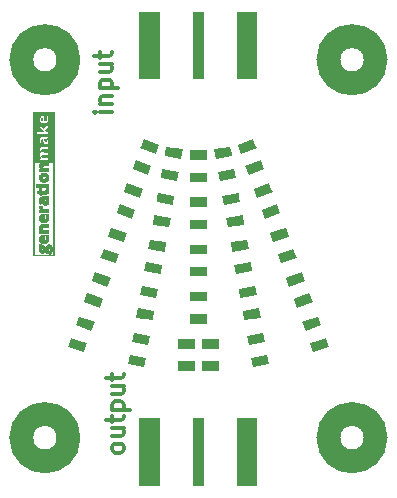
<source format=gts>
G04 #@! TF.GenerationSoftware,KiCad,Pcbnew,5.0.2-bee76a0~70~ubuntu18.04.1*
G04 #@! TF.CreationDate,2019-05-30T10:34:00+02:00*
G04 #@! TF.ProjectId,DummyLoad,44756d6d-794c-46f6-9164-2e6b69636164,1.0*
G04 #@! TF.SameCoordinates,Original*
G04 #@! TF.FileFunction,Soldermask,Top*
G04 #@! TF.FilePolarity,Negative*
%FSLAX46Y46*%
G04 Gerber Fmt 4.6, Leading zero omitted, Abs format (unit mm)*
G04 Created by KiCad (PCBNEW 5.0.2-bee76a0~70~ubuntu18.04.1) date Do 30 Mai 2019 10:34:00 CEST*
%MOMM*%
%LPD*%
G01*
G04 APERTURE LIST*
%ADD10C,2.000000*%
%ADD11C,0.300000*%
%ADD12C,0.010000*%
%ADD13C,0.100000*%
G04 APERTURE END LIST*
D10*
X89000000Y-104000000D02*
G75*
G03X89000000Y-104000000I-2000000J0D01*
G01*
X89000000Y-136000000D02*
G75*
G03X89000000Y-136000000I-2000000J0D01*
G01*
X115000000Y-136000000D02*
G75*
G03X115000000Y-136000000I-2000000J0D01*
G01*
X115000000Y-104000000D02*
G75*
G03X115000000Y-104000000I-2000000J0D01*
G01*
D11*
X93678571Y-137000000D02*
X93607142Y-137142857D01*
X93535714Y-137214285D01*
X93392857Y-137285714D01*
X92964285Y-137285714D01*
X92821428Y-137214285D01*
X92750000Y-137142857D01*
X92678571Y-137000000D01*
X92678571Y-136785714D01*
X92750000Y-136642857D01*
X92821428Y-136571428D01*
X92964285Y-136500000D01*
X93392857Y-136500000D01*
X93535714Y-136571428D01*
X93607142Y-136642857D01*
X93678571Y-136785714D01*
X93678571Y-137000000D01*
X92678571Y-135214285D02*
X93678571Y-135214285D01*
X92678571Y-135857142D02*
X93464285Y-135857142D01*
X93607142Y-135785714D01*
X93678571Y-135642857D01*
X93678571Y-135428571D01*
X93607142Y-135285714D01*
X93535714Y-135214285D01*
X92678571Y-134714285D02*
X92678571Y-134142857D01*
X92178571Y-134500000D02*
X93464285Y-134500000D01*
X93607142Y-134428571D01*
X93678571Y-134285714D01*
X93678571Y-134142857D01*
X92678571Y-133642857D02*
X94178571Y-133642857D01*
X92750000Y-133642857D02*
X92678571Y-133500000D01*
X92678571Y-133214285D01*
X92750000Y-133071428D01*
X92821428Y-133000000D01*
X92964285Y-132928571D01*
X93392857Y-132928571D01*
X93535714Y-133000000D01*
X93607142Y-133071428D01*
X93678571Y-133214285D01*
X93678571Y-133500000D01*
X93607142Y-133642857D01*
X92678571Y-131642857D02*
X93678571Y-131642857D01*
X92678571Y-132285714D02*
X93464285Y-132285714D01*
X93607142Y-132214285D01*
X93678571Y-132071428D01*
X93678571Y-131857142D01*
X93607142Y-131714285D01*
X93535714Y-131642857D01*
X92678571Y-131142857D02*
X92678571Y-130571428D01*
X92178571Y-130928571D02*
X93464285Y-130928571D01*
X93607142Y-130857142D01*
X93678571Y-130714285D01*
X93678571Y-130571428D01*
X92678571Y-108464285D02*
X91678571Y-108464285D01*
X91178571Y-108464285D02*
X91250000Y-108535714D01*
X91321428Y-108464285D01*
X91250000Y-108392857D01*
X91178571Y-108464285D01*
X91321428Y-108464285D01*
X91678571Y-107750000D02*
X92678571Y-107750000D01*
X91821428Y-107750000D02*
X91750000Y-107678571D01*
X91678571Y-107535714D01*
X91678571Y-107321428D01*
X91750000Y-107178571D01*
X91892857Y-107107142D01*
X92678571Y-107107142D01*
X91678571Y-106392857D02*
X93178571Y-106392857D01*
X91750000Y-106392857D02*
X91678571Y-106250000D01*
X91678571Y-105964285D01*
X91750000Y-105821428D01*
X91821428Y-105750000D01*
X91964285Y-105678571D01*
X92392857Y-105678571D01*
X92535714Y-105750000D01*
X92607142Y-105821428D01*
X92678571Y-105964285D01*
X92678571Y-106250000D01*
X92607142Y-106392857D01*
X91678571Y-104392857D02*
X92678571Y-104392857D01*
X91678571Y-105035714D02*
X92464285Y-105035714D01*
X92607142Y-104964285D01*
X92678571Y-104821428D01*
X92678571Y-104607142D01*
X92607142Y-104464285D01*
X92535714Y-104392857D01*
X91678571Y-103892857D02*
X91678571Y-103321428D01*
X91178571Y-103678571D02*
X92464285Y-103678571D01*
X92607142Y-103607142D01*
X92678571Y-103464285D01*
X92678571Y-103321428D01*
D12*
G04 #@! TO.C,G\002A\002A\002A*
G36*
X87747400Y-108404000D02*
X87747400Y-120557900D01*
X86045600Y-120557900D01*
X86045600Y-120507100D01*
X87696600Y-120507100D01*
X87696600Y-112633100D01*
X86515500Y-112633100D01*
X86515500Y-112506100D01*
X87264800Y-112506100D01*
X87264800Y-112239400D01*
X87052075Y-112239330D01*
X86977239Y-112238519D01*
X86907836Y-112236326D01*
X86849357Y-112233030D01*
X86807295Y-112228913D01*
X86791604Y-112226000D01*
X86744635Y-112202496D01*
X86715603Y-112165440D01*
X86707963Y-112119372D01*
X86708252Y-112116490D01*
X86713760Y-112093573D01*
X86726320Y-112075797D01*
X86748854Y-112062445D01*
X86784284Y-112052800D01*
X86835532Y-112046144D01*
X86905521Y-112041760D01*
X86997173Y-112038930D01*
X87026675Y-112038327D01*
X87264800Y-112033821D01*
X87264800Y-111782200D01*
X87096525Y-111781945D01*
X86980118Y-111779866D01*
X86887008Y-111773660D01*
X86815345Y-111762789D01*
X86763278Y-111746712D01*
X86728960Y-111724892D01*
X86710539Y-111696788D01*
X86706000Y-111668114D01*
X86710336Y-111638031D01*
X86724923Y-111614218D01*
X86752125Y-111596028D01*
X86794308Y-111582813D01*
X86853838Y-111573926D01*
X86933080Y-111568718D01*
X87034399Y-111566541D01*
X87077475Y-111566374D01*
X87264800Y-111566300D01*
X87264800Y-111312300D01*
X87042550Y-111312300D01*
X87042550Y-111165704D01*
X87125396Y-111155917D01*
X87191246Y-111127894D01*
X87239419Y-111082141D01*
X87269234Y-111019167D01*
X87275409Y-110992000D01*
X87279876Y-110929279D01*
X87274075Y-110863999D01*
X87259467Y-110805700D01*
X87241142Y-110768648D01*
X87217571Y-110738730D01*
X87196250Y-110716489D01*
X87195542Y-110715893D01*
X87179125Y-110698357D01*
X87181506Y-110684167D01*
X87204866Y-110668481D01*
X87220350Y-110660808D01*
X87264800Y-110639611D01*
X87264800Y-110446251D01*
X87264800Y-110270900D01*
X87264800Y-110004200D01*
X87160025Y-110003981D01*
X87108302Y-110003462D01*
X87075471Y-110000857D01*
X87055023Y-109994195D01*
X87040450Y-109981506D01*
X87027329Y-109963806D01*
X86999409Y-109923851D01*
X87132104Y-109842414D01*
X87264800Y-109760977D01*
X87264800Y-109615889D01*
X87264133Y-109558593D01*
X87262322Y-109511971D01*
X87259648Y-109481052D01*
X87256646Y-109470800D01*
X87243932Y-109477374D01*
X87213325Y-109495687D01*
X87168224Y-109523632D01*
X87112028Y-109559100D01*
X87048135Y-109599983D01*
X87040902Y-109604643D01*
X86906219Y-109691479D01*
X86906219Y-109393645D01*
X86992036Y-109385235D01*
X87031816Y-109375676D01*
X87117326Y-109338639D01*
X87184849Y-109283675D01*
X87234358Y-109210818D01*
X87265826Y-109120103D01*
X87274670Y-109069000D01*
X87278971Y-108997479D01*
X87276293Y-108918605D01*
X87267477Y-108842350D01*
X87253364Y-108778684D01*
X87249123Y-108765950D01*
X87230579Y-108715150D01*
X87139739Y-108711419D01*
X87088852Y-108710419D01*
X87059880Y-108714921D01*
X87049419Y-108728417D01*
X87054066Y-108754399D01*
X87066416Y-108786625D01*
X87083644Y-108845589D01*
X87093218Y-108913604D01*
X87094134Y-108979343D01*
X87087473Y-109024543D01*
X87067068Y-109069301D01*
X87035561Y-109105137D01*
X86999516Y-109125515D01*
X86983687Y-109127900D01*
X86975253Y-109126444D01*
X86969095Y-109119786D01*
X86964857Y-109104494D01*
X86962185Y-109077136D01*
X86960722Y-109034279D01*
X86960112Y-108972492D01*
X86960000Y-108899300D01*
X86960000Y-108670700D01*
X86858657Y-108670700D01*
X86755968Y-108679178D01*
X86671359Y-108704942D01*
X86603847Y-108748490D01*
X86552454Y-108810320D01*
X86540145Y-108832287D01*
X86525326Y-108864767D01*
X86516072Y-108896692D01*
X86511143Y-108935567D01*
X86509302Y-108988894D01*
X86509150Y-109019950D01*
X86512965Y-109107645D01*
X86525749Y-109176826D01*
X86549511Y-109233408D01*
X86586257Y-109283307D01*
X86605194Y-109302868D01*
X86661125Y-109342008D01*
X86734269Y-109370924D01*
X86818132Y-109388505D01*
X86906219Y-109393645D01*
X86906219Y-109691479D01*
X86833313Y-109738485D01*
X86677581Y-109611591D01*
X86521850Y-109484697D01*
X86518157Y-109626974D01*
X86516336Y-109676931D01*
X86515486Y-109714455D01*
X86518055Y-109743337D01*
X86526490Y-109767365D01*
X86543238Y-109790327D01*
X86570747Y-109816014D01*
X86611464Y-109848214D01*
X86667836Y-109890716D01*
X86708224Y-109921242D01*
X86831098Y-110014649D01*
X86530424Y-110012600D01*
X86229750Y-110010550D01*
X86226130Y-110140725D01*
X86222511Y-110270900D01*
X87264800Y-110270900D01*
X87264800Y-110446251D01*
X86982225Y-110451561D01*
X86883630Y-110453780D01*
X86807136Y-110456446D01*
X86749443Y-110459817D01*
X86707253Y-110464153D01*
X86677266Y-110469712D01*
X86656184Y-110476752D01*
X86655200Y-110477196D01*
X86593273Y-110514641D01*
X86548399Y-110564003D01*
X86519169Y-110628103D01*
X86504172Y-110709760D01*
X86501424Y-110785001D01*
X86507677Y-110881716D01*
X86523596Y-110973454D01*
X86547484Y-111050535D01*
X86548296Y-111052497D01*
X86566094Y-111095094D01*
X86639222Y-111062981D01*
X86679215Y-111044600D01*
X86709764Y-111029055D01*
X86722747Y-111020852D01*
X86724300Y-111004718D01*
X86718890Y-110971239D01*
X86707671Y-110927136D01*
X86705326Y-110919252D01*
X86688579Y-110848366D01*
X86687560Y-110794881D01*
X86702707Y-110755915D01*
X86734254Y-110728701D01*
X86760075Y-110717468D01*
X86775175Y-110716847D01*
X86775269Y-110716937D01*
X86779466Y-110731910D01*
X86784916Y-110766362D01*
X86790778Y-110814457D01*
X86794232Y-110848373D01*
X86809938Y-110953321D01*
X86835639Y-111035767D01*
X86872304Y-111096951D01*
X86920905Y-111138112D01*
X86982412Y-111160493D01*
X87042550Y-111165704D01*
X87042550Y-111312300D01*
X86987662Y-111312300D01*
X86879454Y-111312916D01*
X86793273Y-111315193D01*
X86725768Y-111319775D01*
X86673585Y-111327304D01*
X86633373Y-111338424D01*
X86601779Y-111353779D01*
X86575452Y-111374012D01*
X86554840Y-111395378D01*
X86521954Y-111450551D01*
X86504614Y-111518786D01*
X86502881Y-111593011D01*
X86516819Y-111666151D01*
X86546488Y-111731136D01*
X86551827Y-111739075D01*
X86577409Y-111776958D01*
X86588817Y-111800882D01*
X86587297Y-111817073D01*
X86574096Y-111831758D01*
X86570914Y-111834441D01*
X86539052Y-111875010D01*
X86517642Y-111931048D01*
X86506575Y-111996473D01*
X86505746Y-112065205D01*
X86515048Y-112131163D01*
X86534374Y-112188268D01*
X86563616Y-112230440D01*
X86578071Y-112241768D01*
X86599748Y-112258807D01*
X86599454Y-112271942D01*
X86575909Y-112284593D01*
X86559950Y-112290200D01*
X86515500Y-112304870D01*
X86515500Y-112506100D01*
X86515500Y-112633100D01*
X86045600Y-112633100D01*
X86045600Y-120507100D01*
X86045600Y-120557900D01*
X85982100Y-120557900D01*
X85982100Y-108404000D01*
X87747400Y-108404000D01*
X87747400Y-108404000D01*
G37*
X87747400Y-108404000D02*
X87747400Y-120557900D01*
X86045600Y-120557900D01*
X86045600Y-120507100D01*
X87696600Y-120507100D01*
X87696600Y-112633100D01*
X86515500Y-112633100D01*
X86515500Y-112506100D01*
X87264800Y-112506100D01*
X87264800Y-112239400D01*
X87052075Y-112239330D01*
X86977239Y-112238519D01*
X86907836Y-112236326D01*
X86849357Y-112233030D01*
X86807295Y-112228913D01*
X86791604Y-112226000D01*
X86744635Y-112202496D01*
X86715603Y-112165440D01*
X86707963Y-112119372D01*
X86708252Y-112116490D01*
X86713760Y-112093573D01*
X86726320Y-112075797D01*
X86748854Y-112062445D01*
X86784284Y-112052800D01*
X86835532Y-112046144D01*
X86905521Y-112041760D01*
X86997173Y-112038930D01*
X87026675Y-112038327D01*
X87264800Y-112033821D01*
X87264800Y-111782200D01*
X87096525Y-111781945D01*
X86980118Y-111779866D01*
X86887008Y-111773660D01*
X86815345Y-111762789D01*
X86763278Y-111746712D01*
X86728960Y-111724892D01*
X86710539Y-111696788D01*
X86706000Y-111668114D01*
X86710336Y-111638031D01*
X86724923Y-111614218D01*
X86752125Y-111596028D01*
X86794308Y-111582813D01*
X86853838Y-111573926D01*
X86933080Y-111568718D01*
X87034399Y-111566541D01*
X87077475Y-111566374D01*
X87264800Y-111566300D01*
X87264800Y-111312300D01*
X87042550Y-111312300D01*
X87042550Y-111165704D01*
X87125396Y-111155917D01*
X87191246Y-111127894D01*
X87239419Y-111082141D01*
X87269234Y-111019167D01*
X87275409Y-110992000D01*
X87279876Y-110929279D01*
X87274075Y-110863999D01*
X87259467Y-110805700D01*
X87241142Y-110768648D01*
X87217571Y-110738730D01*
X87196250Y-110716489D01*
X87195542Y-110715893D01*
X87179125Y-110698357D01*
X87181506Y-110684167D01*
X87204866Y-110668481D01*
X87220350Y-110660808D01*
X87264800Y-110639611D01*
X87264800Y-110446251D01*
X87264800Y-110270900D01*
X87264800Y-110004200D01*
X87160025Y-110003981D01*
X87108302Y-110003462D01*
X87075471Y-110000857D01*
X87055023Y-109994195D01*
X87040450Y-109981506D01*
X87027329Y-109963806D01*
X86999409Y-109923851D01*
X87132104Y-109842414D01*
X87264800Y-109760977D01*
X87264800Y-109615889D01*
X87264133Y-109558593D01*
X87262322Y-109511971D01*
X87259648Y-109481052D01*
X87256646Y-109470800D01*
X87243932Y-109477374D01*
X87213325Y-109495687D01*
X87168224Y-109523632D01*
X87112028Y-109559100D01*
X87048135Y-109599983D01*
X87040902Y-109604643D01*
X86906219Y-109691479D01*
X86906219Y-109393645D01*
X86992036Y-109385235D01*
X87031816Y-109375676D01*
X87117326Y-109338639D01*
X87184849Y-109283675D01*
X87234358Y-109210818D01*
X87265826Y-109120103D01*
X87274670Y-109069000D01*
X87278971Y-108997479D01*
X87276293Y-108918605D01*
X87267477Y-108842350D01*
X87253364Y-108778684D01*
X87249123Y-108765950D01*
X87230579Y-108715150D01*
X87139739Y-108711419D01*
X87088852Y-108710419D01*
X87059880Y-108714921D01*
X87049419Y-108728417D01*
X87054066Y-108754399D01*
X87066416Y-108786625D01*
X87083644Y-108845589D01*
X87093218Y-108913604D01*
X87094134Y-108979343D01*
X87087473Y-109024543D01*
X87067068Y-109069301D01*
X87035561Y-109105137D01*
X86999516Y-109125515D01*
X86983687Y-109127900D01*
X86975253Y-109126444D01*
X86969095Y-109119786D01*
X86964857Y-109104494D01*
X86962185Y-109077136D01*
X86960722Y-109034279D01*
X86960112Y-108972492D01*
X86960000Y-108899300D01*
X86960000Y-108670700D01*
X86858657Y-108670700D01*
X86755968Y-108679178D01*
X86671359Y-108704942D01*
X86603847Y-108748490D01*
X86552454Y-108810320D01*
X86540145Y-108832287D01*
X86525326Y-108864767D01*
X86516072Y-108896692D01*
X86511143Y-108935567D01*
X86509302Y-108988894D01*
X86509150Y-109019950D01*
X86512965Y-109107645D01*
X86525749Y-109176826D01*
X86549511Y-109233408D01*
X86586257Y-109283307D01*
X86605194Y-109302868D01*
X86661125Y-109342008D01*
X86734269Y-109370924D01*
X86818132Y-109388505D01*
X86906219Y-109393645D01*
X86906219Y-109691479D01*
X86833313Y-109738485D01*
X86677581Y-109611591D01*
X86521850Y-109484697D01*
X86518157Y-109626974D01*
X86516336Y-109676931D01*
X86515486Y-109714455D01*
X86518055Y-109743337D01*
X86526490Y-109767365D01*
X86543238Y-109790327D01*
X86570747Y-109816014D01*
X86611464Y-109848214D01*
X86667836Y-109890716D01*
X86708224Y-109921242D01*
X86831098Y-110014649D01*
X86530424Y-110012600D01*
X86229750Y-110010550D01*
X86226130Y-110140725D01*
X86222511Y-110270900D01*
X87264800Y-110270900D01*
X87264800Y-110446251D01*
X86982225Y-110451561D01*
X86883630Y-110453780D01*
X86807136Y-110456446D01*
X86749443Y-110459817D01*
X86707253Y-110464153D01*
X86677266Y-110469712D01*
X86656184Y-110476752D01*
X86655200Y-110477196D01*
X86593273Y-110514641D01*
X86548399Y-110564003D01*
X86519169Y-110628103D01*
X86504172Y-110709760D01*
X86501424Y-110785001D01*
X86507677Y-110881716D01*
X86523596Y-110973454D01*
X86547484Y-111050535D01*
X86548296Y-111052497D01*
X86566094Y-111095094D01*
X86639222Y-111062981D01*
X86679215Y-111044600D01*
X86709764Y-111029055D01*
X86722747Y-111020852D01*
X86724300Y-111004718D01*
X86718890Y-110971239D01*
X86707671Y-110927136D01*
X86705326Y-110919252D01*
X86688579Y-110848366D01*
X86687560Y-110794881D01*
X86702707Y-110755915D01*
X86734254Y-110728701D01*
X86760075Y-110717468D01*
X86775175Y-110716847D01*
X86775269Y-110716937D01*
X86779466Y-110731910D01*
X86784916Y-110766362D01*
X86790778Y-110814457D01*
X86794232Y-110848373D01*
X86809938Y-110953321D01*
X86835639Y-111035767D01*
X86872304Y-111096951D01*
X86920905Y-111138112D01*
X86982412Y-111160493D01*
X87042550Y-111165704D01*
X87042550Y-111312300D01*
X86987662Y-111312300D01*
X86879454Y-111312916D01*
X86793273Y-111315193D01*
X86725768Y-111319775D01*
X86673585Y-111327304D01*
X86633373Y-111338424D01*
X86601779Y-111353779D01*
X86575452Y-111374012D01*
X86554840Y-111395378D01*
X86521954Y-111450551D01*
X86504614Y-111518786D01*
X86502881Y-111593011D01*
X86516819Y-111666151D01*
X86546488Y-111731136D01*
X86551827Y-111739075D01*
X86577409Y-111776958D01*
X86588817Y-111800882D01*
X86587297Y-111817073D01*
X86574096Y-111831758D01*
X86570914Y-111834441D01*
X86539052Y-111875010D01*
X86517642Y-111931048D01*
X86506575Y-111996473D01*
X86505746Y-112065205D01*
X86515048Y-112131163D01*
X86534374Y-112188268D01*
X86563616Y-112230440D01*
X86578071Y-112241768D01*
X86599748Y-112258807D01*
X86599454Y-112271942D01*
X86575909Y-112284593D01*
X86559950Y-112290200D01*
X86515500Y-112304870D01*
X86515500Y-112506100D01*
X86515500Y-112633100D01*
X86045600Y-112633100D01*
X86045600Y-120507100D01*
X86045600Y-120557900D01*
X85982100Y-120557900D01*
X85982100Y-108404000D01*
X87747400Y-108404000D01*
G36*
X86506245Y-119983020D02*
X86508975Y-119900753D01*
X86509663Y-119881625D01*
X86518738Y-119630800D01*
X86578586Y-119630800D01*
X86615248Y-119632005D01*
X86635240Y-119639486D01*
X86647291Y-119659049D01*
X86655262Y-119681791D01*
X86667950Y-119713787D01*
X86680818Y-119726151D01*
X86698570Y-119724325D01*
X86757279Y-119716234D01*
X86822883Y-119723752D01*
X86883456Y-119745436D01*
X86886609Y-119747122D01*
X86941187Y-119791375D01*
X86981874Y-119856631D01*
X87008486Y-119942508D01*
X87019205Y-120021597D01*
X87023946Y-120073640D01*
X87029277Y-120105149D01*
X87036654Y-120120976D01*
X87047531Y-120125973D01*
X87050540Y-120126100D01*
X87063474Y-120123545D01*
X87072885Y-120113350D01*
X87079644Y-120091719D01*
X87084624Y-120054858D01*
X87088696Y-119998973D01*
X87091385Y-119948300D01*
X87096948Y-119881358D01*
X87106076Y-119821626D01*
X87117417Y-119777675D01*
X87118875Y-119773837D01*
X87156286Y-119709042D01*
X87206963Y-119665107D01*
X87268664Y-119642780D01*
X87339147Y-119642805D01*
X87416169Y-119665930D01*
X87427562Y-119671157D01*
X87484148Y-119711973D01*
X87530002Y-119773899D01*
X87564179Y-119854605D01*
X87585738Y-119951763D01*
X87593734Y-120063044D01*
X87593700Y-120081376D01*
X87592026Y-120137767D01*
X87588691Y-120188721D01*
X87584312Y-120225773D01*
X87582605Y-120234050D01*
X87554103Y-120313127D01*
X87514669Y-120369651D01*
X87463541Y-120404346D01*
X87399957Y-120417936D01*
X87388480Y-120418200D01*
X87379334Y-120416095D01*
X87379334Y-120197961D01*
X87404127Y-120182461D01*
X87423902Y-120144568D01*
X87439722Y-120082930D01*
X87441300Y-120074458D01*
X87439875Y-120059063D01*
X87434857Y-120026405D01*
X87428833Y-119991908D01*
X87415144Y-119941839D01*
X87395292Y-119899030D01*
X87372775Y-119869546D01*
X87352393Y-119859400D01*
X87329846Y-119871643D01*
X87312112Y-119907185D01*
X87299967Y-119964250D01*
X87297577Y-119984827D01*
X87294867Y-120066001D01*
X87304049Y-120129412D01*
X87324652Y-120173145D01*
X87348460Y-120192417D01*
X87379334Y-120197961D01*
X87379334Y-120416095D01*
X87342470Y-120407609D01*
X87295497Y-120380181D01*
X87256575Y-120342439D01*
X87237112Y-120308706D01*
X87222111Y-120276036D01*
X87208269Y-120267655D01*
X87193391Y-120282675D01*
X87189532Y-120289459D01*
X87169149Y-120310944D01*
X87138285Y-120329099D01*
X87090018Y-120336769D01*
X87044822Y-120320303D01*
X87006111Y-120280965D01*
X87005426Y-120279953D01*
X86981136Y-120243813D01*
X86935643Y-120291587D01*
X86875643Y-120338104D01*
X86806555Y-120360994D01*
X86756368Y-120360591D01*
X86756368Y-120113400D01*
X86813907Y-120106087D01*
X86852266Y-120084784D01*
X86870010Y-120050445D01*
X86871100Y-120037200D01*
X86859915Y-119998246D01*
X86842874Y-119980771D01*
X86802925Y-119964843D01*
X86754065Y-119961725D01*
X86705500Y-119970287D01*
X86666437Y-119989399D01*
X86652219Y-120004177D01*
X86641838Y-120037983D01*
X86653044Y-120069610D01*
X86682085Y-120095122D01*
X86725209Y-120110584D01*
X86756368Y-120113400D01*
X86756368Y-120360591D01*
X86728015Y-120360363D01*
X86709218Y-120357034D01*
X86635057Y-120332241D01*
X86579141Y-120290864D01*
X86538684Y-120230560D01*
X86527582Y-120204340D01*
X86518332Y-120178213D01*
X86511681Y-120153557D01*
X86507387Y-120126041D01*
X86505210Y-120091333D01*
X86504909Y-120045104D01*
X86506245Y-119983020D01*
X86506245Y-119983020D01*
G37*
X86506245Y-119983020D02*
X86508975Y-119900753D01*
X86509663Y-119881625D01*
X86518738Y-119630800D01*
X86578586Y-119630800D01*
X86615248Y-119632005D01*
X86635240Y-119639486D01*
X86647291Y-119659049D01*
X86655262Y-119681791D01*
X86667950Y-119713787D01*
X86680818Y-119726151D01*
X86698570Y-119724325D01*
X86757279Y-119716234D01*
X86822883Y-119723752D01*
X86883456Y-119745436D01*
X86886609Y-119747122D01*
X86941187Y-119791375D01*
X86981874Y-119856631D01*
X87008486Y-119942508D01*
X87019205Y-120021597D01*
X87023946Y-120073640D01*
X87029277Y-120105149D01*
X87036654Y-120120976D01*
X87047531Y-120125973D01*
X87050540Y-120126100D01*
X87063474Y-120123545D01*
X87072885Y-120113350D01*
X87079644Y-120091719D01*
X87084624Y-120054858D01*
X87088696Y-119998973D01*
X87091385Y-119948300D01*
X87096948Y-119881358D01*
X87106076Y-119821626D01*
X87117417Y-119777675D01*
X87118875Y-119773837D01*
X87156286Y-119709042D01*
X87206963Y-119665107D01*
X87268664Y-119642780D01*
X87339147Y-119642805D01*
X87416169Y-119665930D01*
X87427562Y-119671157D01*
X87484148Y-119711973D01*
X87530002Y-119773899D01*
X87564179Y-119854605D01*
X87585738Y-119951763D01*
X87593734Y-120063044D01*
X87593700Y-120081376D01*
X87592026Y-120137767D01*
X87588691Y-120188721D01*
X87584312Y-120225773D01*
X87582605Y-120234050D01*
X87554103Y-120313127D01*
X87514669Y-120369651D01*
X87463541Y-120404346D01*
X87399957Y-120417936D01*
X87388480Y-120418200D01*
X87379334Y-120416095D01*
X87379334Y-120197961D01*
X87404127Y-120182461D01*
X87423902Y-120144568D01*
X87439722Y-120082930D01*
X87441300Y-120074458D01*
X87439875Y-120059063D01*
X87434857Y-120026405D01*
X87428833Y-119991908D01*
X87415144Y-119941839D01*
X87395292Y-119899030D01*
X87372775Y-119869546D01*
X87352393Y-119859400D01*
X87329846Y-119871643D01*
X87312112Y-119907185D01*
X87299967Y-119964250D01*
X87297577Y-119984827D01*
X87294867Y-120066001D01*
X87304049Y-120129412D01*
X87324652Y-120173145D01*
X87348460Y-120192417D01*
X87379334Y-120197961D01*
X87379334Y-120416095D01*
X87342470Y-120407609D01*
X87295497Y-120380181D01*
X87256575Y-120342439D01*
X87237112Y-120308706D01*
X87222111Y-120276036D01*
X87208269Y-120267655D01*
X87193391Y-120282675D01*
X87189532Y-120289459D01*
X87169149Y-120310944D01*
X87138285Y-120329099D01*
X87090018Y-120336769D01*
X87044822Y-120320303D01*
X87006111Y-120280965D01*
X87005426Y-120279953D01*
X86981136Y-120243813D01*
X86935643Y-120291587D01*
X86875643Y-120338104D01*
X86806555Y-120360994D01*
X86756368Y-120360591D01*
X86756368Y-120113400D01*
X86813907Y-120106087D01*
X86852266Y-120084784D01*
X86870010Y-120050445D01*
X86871100Y-120037200D01*
X86859915Y-119998246D01*
X86842874Y-119980771D01*
X86802925Y-119964843D01*
X86754065Y-119961725D01*
X86705500Y-119970287D01*
X86666437Y-119989399D01*
X86652219Y-120004177D01*
X86641838Y-120037983D01*
X86653044Y-120069610D01*
X86682085Y-120095122D01*
X86725209Y-120110584D01*
X86756368Y-120113400D01*
X86756368Y-120360591D01*
X86728015Y-120360363D01*
X86709218Y-120357034D01*
X86635057Y-120332241D01*
X86579141Y-120290864D01*
X86538684Y-120230560D01*
X86527582Y-120204340D01*
X86518332Y-120178213D01*
X86511681Y-120153557D01*
X86507387Y-120126041D01*
X86505210Y-120091333D01*
X86504909Y-120045104D01*
X86506245Y-119983020D01*
G36*
X86505329Y-119137032D02*
X86518359Y-119042008D01*
X86546362Y-118965281D01*
X86590881Y-118905420D01*
X86653459Y-118860996D01*
X86735640Y-118830579D01*
X86838966Y-118812739D01*
X86857234Y-118810985D01*
X86960000Y-118802021D01*
X86960000Y-119038611D01*
X86960142Y-119121608D01*
X86960796Y-119182581D01*
X86962299Y-119224904D01*
X86964988Y-119251953D01*
X86969202Y-119267102D01*
X86975278Y-119273726D01*
X86983555Y-119275200D01*
X86983687Y-119275200D01*
X87018797Y-119264083D01*
X87053507Y-119235205D01*
X87080624Y-119195283D01*
X87087553Y-119178273D01*
X87095654Y-119128852D01*
X87094540Y-119065171D01*
X87084958Y-118996337D01*
X87067650Y-118931458D01*
X87067287Y-118930423D01*
X87055950Y-118895794D01*
X87049479Y-118871192D01*
X87048900Y-118866647D01*
X87060514Y-118861442D01*
X87091140Y-118858548D01*
X87134448Y-118858516D01*
X87139921Y-118858719D01*
X87230942Y-118862450D01*
X87253236Y-118925950D01*
X87267223Y-118985693D01*
X87274802Y-119060960D01*
X87275975Y-119142697D01*
X87270742Y-119221849D01*
X87259103Y-119289363D01*
X87253207Y-119309482D01*
X87214173Y-119391694D01*
X87159042Y-119455164D01*
X87086866Y-119500575D01*
X86996699Y-119528608D01*
X86937485Y-119537017D01*
X86826760Y-119537512D01*
X86784315Y-119528855D01*
X86784315Y-119270834D01*
X86790291Y-119261038D01*
X86793516Y-119236585D01*
X86794769Y-119193241D01*
X86794900Y-119160900D01*
X86794381Y-119105736D01*
X86792305Y-119071725D01*
X86787895Y-119054631D01*
X86780371Y-119050219D01*
X86774811Y-119051592D01*
X86750615Y-119058445D01*
X86743061Y-119059300D01*
X86718240Y-119070618D01*
X86696467Y-119099201D01*
X86682812Y-119136995D01*
X86680600Y-119158506D01*
X86687404Y-119196922D01*
X86704514Y-119232337D01*
X86726978Y-119256570D01*
X86743556Y-119262500D01*
X86764334Y-119266670D01*
X86774811Y-119270209D01*
X86784315Y-119270834D01*
X86784315Y-119528855D01*
X86730412Y-119517861D01*
X86649589Y-119479127D01*
X86585442Y-119422377D01*
X86539122Y-119348673D01*
X86511778Y-119259080D01*
X86504561Y-119154664D01*
X86505329Y-119137032D01*
X86505329Y-119137032D01*
G37*
X86505329Y-119137032D02*
X86518359Y-119042008D01*
X86546362Y-118965281D01*
X86590881Y-118905420D01*
X86653459Y-118860996D01*
X86735640Y-118830579D01*
X86838966Y-118812739D01*
X86857234Y-118810985D01*
X86960000Y-118802021D01*
X86960000Y-119038611D01*
X86960142Y-119121608D01*
X86960796Y-119182581D01*
X86962299Y-119224904D01*
X86964988Y-119251953D01*
X86969202Y-119267102D01*
X86975278Y-119273726D01*
X86983555Y-119275200D01*
X86983687Y-119275200D01*
X87018797Y-119264083D01*
X87053507Y-119235205D01*
X87080624Y-119195283D01*
X87087553Y-119178273D01*
X87095654Y-119128852D01*
X87094540Y-119065171D01*
X87084958Y-118996337D01*
X87067650Y-118931458D01*
X87067287Y-118930423D01*
X87055950Y-118895794D01*
X87049479Y-118871192D01*
X87048900Y-118866647D01*
X87060514Y-118861442D01*
X87091140Y-118858548D01*
X87134448Y-118858516D01*
X87139921Y-118858719D01*
X87230942Y-118862450D01*
X87253236Y-118925950D01*
X87267223Y-118985693D01*
X87274802Y-119060960D01*
X87275975Y-119142697D01*
X87270742Y-119221849D01*
X87259103Y-119289363D01*
X87253207Y-119309482D01*
X87214173Y-119391694D01*
X87159042Y-119455164D01*
X87086866Y-119500575D01*
X86996699Y-119528608D01*
X86937485Y-119537017D01*
X86826760Y-119537512D01*
X86784315Y-119528855D01*
X86784315Y-119270834D01*
X86790291Y-119261038D01*
X86793516Y-119236585D01*
X86794769Y-119193241D01*
X86794900Y-119160900D01*
X86794381Y-119105736D01*
X86792305Y-119071725D01*
X86787895Y-119054631D01*
X86780371Y-119050219D01*
X86774811Y-119051592D01*
X86750615Y-119058445D01*
X86743061Y-119059300D01*
X86718240Y-119070618D01*
X86696467Y-119099201D01*
X86682812Y-119136995D01*
X86680600Y-119158506D01*
X86687404Y-119196922D01*
X86704514Y-119232337D01*
X86726978Y-119256570D01*
X86743556Y-119262500D01*
X86764334Y-119266670D01*
X86774811Y-119270209D01*
X86784315Y-119270834D01*
X86784315Y-119528855D01*
X86730412Y-119517861D01*
X86649589Y-119479127D01*
X86585442Y-119422377D01*
X86539122Y-119348673D01*
X86511778Y-119259080D01*
X86504561Y-119154664D01*
X86505329Y-119137032D01*
G36*
X86505109Y-117339338D02*
X86521562Y-117258127D01*
X86527391Y-117241335D01*
X86562792Y-117169986D01*
X86609989Y-117116205D01*
X86671820Y-117078236D01*
X86751127Y-117054323D01*
X86848295Y-117042846D01*
X86960000Y-117036477D01*
X86960000Y-117273189D01*
X86960386Y-117347572D01*
X86961463Y-117412373D01*
X86963103Y-117463652D01*
X86965179Y-117497473D01*
X86967564Y-117509897D01*
X86967605Y-117509900D01*
X86983060Y-117504938D01*
X87011351Y-117492714D01*
X87017418Y-117489872D01*
X87060056Y-117456114D01*
X87086295Y-117403573D01*
X87095815Y-117333131D01*
X87093234Y-117281356D01*
X87085737Y-117230287D01*
X87075312Y-117182857D01*
X87066689Y-117155925D01*
X87054871Y-117124500D01*
X87049032Y-117103140D01*
X87048900Y-117101393D01*
X87060521Y-117096189D01*
X87091190Y-117093273D01*
X87134614Y-117093189D01*
X87140975Y-117093419D01*
X87233050Y-117097150D01*
X87254719Y-117160650D01*
X87268760Y-117222472D01*
X87275945Y-117299172D01*
X87276287Y-117381238D01*
X87269800Y-117459155D01*
X87256498Y-117523408D01*
X87254161Y-117530575D01*
X87227357Y-117596562D01*
X87197039Y-117644880D01*
X87158115Y-117683210D01*
X87147586Y-117691290D01*
X87069281Y-117734287D01*
X86978655Y-117759607D01*
X86881671Y-117767200D01*
X86794900Y-117758126D01*
X86794900Y-117499954D01*
X86794900Y-117390627D01*
X86794373Y-117337565D01*
X86792087Y-117305011D01*
X86786984Y-117288081D01*
X86778007Y-117281894D01*
X86771212Y-117281300D01*
X86745036Y-117288857D01*
X86714746Y-117307088D01*
X86714062Y-117307622D01*
X86686872Y-117343052D01*
X86678880Y-117385921D01*
X86688353Y-117429283D01*
X86713557Y-117466189D01*
X86752760Y-117489691D01*
X86759975Y-117491686D01*
X86794900Y-117499954D01*
X86794900Y-117758126D01*
X86784296Y-117757017D01*
X86692493Y-117729008D01*
X86629818Y-117695570D01*
X86581451Y-117649467D01*
X86543546Y-117585242D01*
X86517353Y-117508445D01*
X86504123Y-117424627D01*
X86505109Y-117339338D01*
X86505109Y-117339338D01*
G37*
X86505109Y-117339338D02*
X86521562Y-117258127D01*
X86527391Y-117241335D01*
X86562792Y-117169986D01*
X86609989Y-117116205D01*
X86671820Y-117078236D01*
X86751127Y-117054323D01*
X86848295Y-117042846D01*
X86960000Y-117036477D01*
X86960000Y-117273189D01*
X86960386Y-117347572D01*
X86961463Y-117412373D01*
X86963103Y-117463652D01*
X86965179Y-117497473D01*
X86967564Y-117509897D01*
X86967605Y-117509900D01*
X86983060Y-117504938D01*
X87011351Y-117492714D01*
X87017418Y-117489872D01*
X87060056Y-117456114D01*
X87086295Y-117403573D01*
X87095815Y-117333131D01*
X87093234Y-117281356D01*
X87085737Y-117230287D01*
X87075312Y-117182857D01*
X87066689Y-117155925D01*
X87054871Y-117124500D01*
X87049032Y-117103140D01*
X87048900Y-117101393D01*
X87060521Y-117096189D01*
X87091190Y-117093273D01*
X87134614Y-117093189D01*
X87140975Y-117093419D01*
X87233050Y-117097150D01*
X87254719Y-117160650D01*
X87268760Y-117222472D01*
X87275945Y-117299172D01*
X87276287Y-117381238D01*
X87269800Y-117459155D01*
X87256498Y-117523408D01*
X87254161Y-117530575D01*
X87227357Y-117596562D01*
X87197039Y-117644880D01*
X87158115Y-117683210D01*
X87147586Y-117691290D01*
X87069281Y-117734287D01*
X86978655Y-117759607D01*
X86881671Y-117767200D01*
X86794900Y-117758126D01*
X86794900Y-117499954D01*
X86794900Y-117390627D01*
X86794373Y-117337565D01*
X86792087Y-117305011D01*
X86786984Y-117288081D01*
X86778007Y-117281894D01*
X86771212Y-117281300D01*
X86745036Y-117288857D01*
X86714746Y-117307088D01*
X86714062Y-117307622D01*
X86686872Y-117343052D01*
X86678880Y-117385921D01*
X86688353Y-117429283D01*
X86713557Y-117466189D01*
X86752760Y-117489691D01*
X86759975Y-117491686D01*
X86794900Y-117499954D01*
X86794900Y-117758126D01*
X86784296Y-117757017D01*
X86692493Y-117729008D01*
X86629818Y-117695570D01*
X86581451Y-117649467D01*
X86543546Y-117585242D01*
X86517353Y-117508445D01*
X86504123Y-117424627D01*
X86505109Y-117339338D01*
G36*
X86513650Y-115779707D02*
X86532337Y-115711530D01*
X86562932Y-115659326D01*
X86607366Y-115619036D01*
X86629959Y-115605060D01*
X86649172Y-115594778D01*
X86667764Y-115586921D01*
X86689441Y-115581105D01*
X86717911Y-115576943D01*
X86756880Y-115574052D01*
X86810056Y-115572045D01*
X86881145Y-115570538D01*
X86973854Y-115569145D01*
X86975875Y-115569117D01*
X87264800Y-115565084D01*
X87264800Y-115659651D01*
X87264361Y-115708104D01*
X87261586Y-115737456D01*
X87254288Y-115754003D01*
X87240279Y-115764046D01*
X87226427Y-115770113D01*
X87193119Y-115786775D01*
X87182957Y-115803233D01*
X87194480Y-115825576D01*
X87209126Y-115842148D01*
X87237145Y-115878179D01*
X87259231Y-115916747D01*
X87260133Y-115918818D01*
X87271306Y-115962839D01*
X87276182Y-116020398D01*
X87274788Y-116080895D01*
X87267149Y-116133727D01*
X87259572Y-116157350D01*
X87222687Y-116214193D01*
X87170049Y-116252671D01*
X87100318Y-116273510D01*
X87037251Y-116278000D01*
X87020617Y-116275766D01*
X87020617Y-116011106D01*
X87064948Y-116001740D01*
X87091134Y-115976280D01*
X87097705Y-115937793D01*
X87083193Y-115889343D01*
X87081035Y-115885047D01*
X87051820Y-115852671D01*
X87007152Y-115829611D01*
X86956596Y-115820801D01*
X86956489Y-115820800D01*
X86941756Y-115823548D01*
X86935478Y-115836005D01*
X86935731Y-115864496D01*
X86937400Y-115883579D01*
X86949948Y-115946283D01*
X86972996Y-115988745D01*
X87005487Y-116009347D01*
X87020617Y-116011106D01*
X87020617Y-116275766D01*
X86963433Y-116268082D01*
X86902941Y-116237287D01*
X86855969Y-116188681D01*
X86833702Y-116146427D01*
X86814516Y-116087945D01*
X86800798Y-116022397D01*
X86794935Y-115958944D01*
X86794877Y-115954150D01*
X86791178Y-115890532D01*
X86780418Y-115850640D01*
X86761939Y-115833619D01*
X86735083Y-115838617D01*
X86715568Y-115851147D01*
X86692084Y-115883079D01*
X86685091Y-115931465D01*
X86694523Y-115997507D01*
X86705325Y-116037348D01*
X86718018Y-116081567D01*
X86726303Y-116115268D01*
X86728658Y-116132135D01*
X86728365Y-116132868D01*
X86715245Y-116139985D01*
X86685485Y-116154069D01*
X86648775Y-116170622D01*
X86607651Y-116188042D01*
X86583099Y-116195310D01*
X86568800Y-116193286D01*
X86558496Y-116182911D01*
X86539593Y-116143962D01*
X86523672Y-116086267D01*
X86511853Y-116016413D01*
X86505256Y-115940986D01*
X86504940Y-115867917D01*
X86513650Y-115779707D01*
X86513650Y-115779707D01*
G37*
X86513650Y-115779707D02*
X86532337Y-115711530D01*
X86562932Y-115659326D01*
X86607366Y-115619036D01*
X86629959Y-115605060D01*
X86649172Y-115594778D01*
X86667764Y-115586921D01*
X86689441Y-115581105D01*
X86717911Y-115576943D01*
X86756880Y-115574052D01*
X86810056Y-115572045D01*
X86881145Y-115570538D01*
X86973854Y-115569145D01*
X86975875Y-115569117D01*
X87264800Y-115565084D01*
X87264800Y-115659651D01*
X87264361Y-115708104D01*
X87261586Y-115737456D01*
X87254288Y-115754003D01*
X87240279Y-115764046D01*
X87226427Y-115770113D01*
X87193119Y-115786775D01*
X87182957Y-115803233D01*
X87194480Y-115825576D01*
X87209126Y-115842148D01*
X87237145Y-115878179D01*
X87259231Y-115916747D01*
X87260133Y-115918818D01*
X87271306Y-115962839D01*
X87276182Y-116020398D01*
X87274788Y-116080895D01*
X87267149Y-116133727D01*
X87259572Y-116157350D01*
X87222687Y-116214193D01*
X87170049Y-116252671D01*
X87100318Y-116273510D01*
X87037251Y-116278000D01*
X87020617Y-116275766D01*
X87020617Y-116011106D01*
X87064948Y-116001740D01*
X87091134Y-115976280D01*
X87097705Y-115937793D01*
X87083193Y-115889343D01*
X87081035Y-115885047D01*
X87051820Y-115852671D01*
X87007152Y-115829611D01*
X86956596Y-115820801D01*
X86956489Y-115820800D01*
X86941756Y-115823548D01*
X86935478Y-115836005D01*
X86935731Y-115864496D01*
X86937400Y-115883579D01*
X86949948Y-115946283D01*
X86972996Y-115988745D01*
X87005487Y-116009347D01*
X87020617Y-116011106D01*
X87020617Y-116275766D01*
X86963433Y-116268082D01*
X86902941Y-116237287D01*
X86855969Y-116188681D01*
X86833702Y-116146427D01*
X86814516Y-116087945D01*
X86800798Y-116022397D01*
X86794935Y-115958944D01*
X86794877Y-115954150D01*
X86791178Y-115890532D01*
X86780418Y-115850640D01*
X86761939Y-115833619D01*
X86735083Y-115838617D01*
X86715568Y-115851147D01*
X86692084Y-115883079D01*
X86685091Y-115931465D01*
X86694523Y-115997507D01*
X86705325Y-116037348D01*
X86718018Y-116081567D01*
X86726303Y-116115268D01*
X86728658Y-116132135D01*
X86728365Y-116132868D01*
X86715245Y-116139985D01*
X86685485Y-116154069D01*
X86648775Y-116170622D01*
X86607651Y-116188042D01*
X86583099Y-116195310D01*
X86568800Y-116193286D01*
X86558496Y-116182911D01*
X86539593Y-116143962D01*
X86523672Y-116086267D01*
X86511853Y-116016413D01*
X86505256Y-115940986D01*
X86504940Y-115867917D01*
X86513650Y-115779707D01*
G36*
X86515500Y-115084200D02*
X86515500Y-114893700D01*
X86706000Y-114893700D01*
X86706000Y-115084200D01*
X86869131Y-115084200D01*
X86949593Y-115083067D01*
X87007509Y-115077889D01*
X87045695Y-115065998D01*
X87066967Y-115044725D01*
X87074141Y-115011402D01*
X87070034Y-114963361D01*
X87058837Y-114904463D01*
X87063726Y-114894767D01*
X87085677Y-114888394D01*
X87128292Y-114884482D01*
X87145951Y-114883647D01*
X87236652Y-114879943D01*
X87257076Y-114939884D01*
X87273143Y-115010345D01*
X87277864Y-115087467D01*
X87271492Y-115162019D01*
X87254281Y-115224769D01*
X87248925Y-115236349D01*
X87228109Y-115271628D01*
X87203974Y-115298437D01*
X87172789Y-115318025D01*
X87130824Y-115331639D01*
X87074346Y-115340528D01*
X86999625Y-115345940D01*
X86912442Y-115348899D01*
X86706000Y-115353883D01*
X86706000Y-115396842D01*
X86704543Y-115423775D01*
X86695437Y-115436148D01*
X86671573Y-115439614D01*
X86652025Y-115439773D01*
X86619033Y-115437822D01*
X86596618Y-115428340D01*
X86575850Y-115405823D01*
X86559950Y-115382997D01*
X86529778Y-115345355D01*
X86493222Y-115317290D01*
X86442475Y-115292219D01*
X86363100Y-115258190D01*
X86363100Y-115084200D01*
X86515500Y-115084200D01*
X86515500Y-115084200D01*
G37*
X86515500Y-115084200D02*
X86515500Y-114893700D01*
X86706000Y-114893700D01*
X86706000Y-115084200D01*
X86869131Y-115084200D01*
X86949593Y-115083067D01*
X87007509Y-115077889D01*
X87045695Y-115065998D01*
X87066967Y-115044725D01*
X87074141Y-115011402D01*
X87070034Y-114963361D01*
X87058837Y-114904463D01*
X87063726Y-114894767D01*
X87085677Y-114888394D01*
X87128292Y-114884482D01*
X87145951Y-114883647D01*
X87236652Y-114879943D01*
X87257076Y-114939884D01*
X87273143Y-115010345D01*
X87277864Y-115087467D01*
X87271492Y-115162019D01*
X87254281Y-115224769D01*
X87248925Y-115236349D01*
X87228109Y-115271628D01*
X87203974Y-115298437D01*
X87172789Y-115318025D01*
X87130824Y-115331639D01*
X87074346Y-115340528D01*
X86999625Y-115345940D01*
X86912442Y-115348899D01*
X86706000Y-115353883D01*
X86706000Y-115396842D01*
X86704543Y-115423775D01*
X86695437Y-115436148D01*
X86671573Y-115439614D01*
X86652025Y-115439773D01*
X86619033Y-115437822D01*
X86596618Y-115428340D01*
X86575850Y-115405823D01*
X86559950Y-115382997D01*
X86529778Y-115345355D01*
X86493222Y-115317290D01*
X86442475Y-115292219D01*
X86363100Y-115258190D01*
X86363100Y-115084200D01*
X86515500Y-115084200D01*
G36*
X86508275Y-113880863D02*
X86531140Y-113792265D01*
X86574542Y-113718064D01*
X86638873Y-113657481D01*
X86682434Y-113630162D01*
X86721252Y-113611052D01*
X86758100Y-113599078D01*
X86801976Y-113592164D01*
X86861879Y-113588234D01*
X86864750Y-113588109D01*
X86968898Y-113591113D01*
X87056120Y-113610621D01*
X87129657Y-113647697D01*
X87182623Y-113692576D01*
X87228642Y-113756739D01*
X87260256Y-113835903D01*
X87276339Y-113923415D01*
X87275761Y-114012622D01*
X87257394Y-114096871D01*
X87253147Y-114108385D01*
X87221412Y-114175782D01*
X87183502Y-114225139D01*
X87132825Y-114263810D01*
X87096063Y-114283712D01*
X86997168Y-114319014D01*
X86892362Y-114332363D01*
X86888027Y-114332008D01*
X86888027Y-114061850D01*
X86948559Y-114061418D01*
X86989451Y-114059411D01*
X87016459Y-114054763D01*
X87035339Y-114046407D01*
X87051845Y-114033278D01*
X87054226Y-114031062D01*
X87080764Y-113991618D01*
X87086850Y-113947359D01*
X87072199Y-113906049D01*
X87059374Y-113891053D01*
X87028026Y-113870226D01*
X86985219Y-113857741D01*
X86926449Y-113852796D01*
X86852959Y-113854288D01*
X86800203Y-113858331D01*
X86765247Y-113865385D01*
X86740507Y-113877557D01*
X86725853Y-113889646D01*
X86698836Y-113929586D01*
X86696196Y-113973693D01*
X86717974Y-114018845D01*
X86723950Y-114026217D01*
X86738676Y-114042108D01*
X86753736Y-114052395D01*
X86774734Y-114058297D01*
X86807275Y-114061030D01*
X86856962Y-114061811D01*
X86888027Y-114061850D01*
X86888027Y-114332008D01*
X86787454Y-114323763D01*
X86688253Y-114293214D01*
X86667900Y-114283612D01*
X86604301Y-114237576D01*
X86555444Y-114172000D01*
X86522313Y-114088693D01*
X86505890Y-113989467D01*
X86505559Y-113984642D01*
X86508275Y-113880863D01*
X86508275Y-113880863D01*
G37*
X86508275Y-113880863D02*
X86531140Y-113792265D01*
X86574542Y-113718064D01*
X86638873Y-113657481D01*
X86682434Y-113630162D01*
X86721252Y-113611052D01*
X86758100Y-113599078D01*
X86801976Y-113592164D01*
X86861879Y-113588234D01*
X86864750Y-113588109D01*
X86968898Y-113591113D01*
X87056120Y-113610621D01*
X87129657Y-113647697D01*
X87182623Y-113692576D01*
X87228642Y-113756739D01*
X87260256Y-113835903D01*
X87276339Y-113923415D01*
X87275761Y-114012622D01*
X87257394Y-114096871D01*
X87253147Y-114108385D01*
X87221412Y-114175782D01*
X87183502Y-114225139D01*
X87132825Y-114263810D01*
X87096063Y-114283712D01*
X86997168Y-114319014D01*
X86892362Y-114332363D01*
X86888027Y-114332008D01*
X86888027Y-114061850D01*
X86948559Y-114061418D01*
X86989451Y-114059411D01*
X87016459Y-114054763D01*
X87035339Y-114046407D01*
X87051845Y-114033278D01*
X87054226Y-114031062D01*
X87080764Y-113991618D01*
X87086850Y-113947359D01*
X87072199Y-113906049D01*
X87059374Y-113891053D01*
X87028026Y-113870226D01*
X86985219Y-113857741D01*
X86926449Y-113852796D01*
X86852959Y-113854288D01*
X86800203Y-113858331D01*
X86765247Y-113865385D01*
X86740507Y-113877557D01*
X86725853Y-113889646D01*
X86698836Y-113929586D01*
X86696196Y-113973693D01*
X86717974Y-114018845D01*
X86723950Y-114026217D01*
X86738676Y-114042108D01*
X86753736Y-114052395D01*
X86774734Y-114058297D01*
X86807275Y-114061030D01*
X86856962Y-114061811D01*
X86888027Y-114061850D01*
X86888027Y-114332008D01*
X86787454Y-114323763D01*
X86688253Y-114293214D01*
X86667900Y-114283612D01*
X86604301Y-114237576D01*
X86555444Y-114172000D01*
X86522313Y-114088693D01*
X86505890Y-113989467D01*
X86505559Y-113984642D01*
X86508275Y-113880863D01*
G36*
X86509291Y-118127312D02*
X86528732Y-118058963D01*
X86559722Y-118005272D01*
X86574496Y-117989810D01*
X86599638Y-117969651D01*
X86626571Y-117953928D01*
X86658846Y-117942022D01*
X86700014Y-117933313D01*
X86753625Y-117927184D01*
X86823233Y-117923016D01*
X86912387Y-117920190D01*
X86982225Y-117918785D01*
X87264800Y-117913851D01*
X87264800Y-118181094D01*
X87012104Y-118185222D01*
X86924794Y-118186852D01*
X86859257Y-118188740D01*
X86811866Y-118191254D01*
X86778994Y-118194760D01*
X86757014Y-118199627D01*
X86742299Y-118206222D01*
X86732704Y-118213544D01*
X86711208Y-118248391D01*
X86706647Y-118291593D01*
X86719190Y-118332421D01*
X86730575Y-118347276D01*
X86754283Y-118365395D01*
X86786562Y-118378986D01*
X86830833Y-118388586D01*
X86890518Y-118394734D01*
X86969038Y-118397967D01*
X87058425Y-118398830D01*
X87264800Y-118398900D01*
X87264800Y-118665600D01*
X86514472Y-118665600D01*
X86518161Y-118561848D01*
X86520331Y-118510693D01*
X86523747Y-118479182D01*
X86530477Y-118461575D01*
X86542589Y-118452128D01*
X86559950Y-118445809D01*
X86587887Y-118436088D01*
X86602608Y-118429620D01*
X86602734Y-118429519D01*
X86597860Y-118418587D01*
X86580347Y-118394686D01*
X86562934Y-118373545D01*
X86535612Y-118336004D01*
X86515832Y-118298583D01*
X86510624Y-118282450D01*
X86502790Y-118203936D01*
X86509291Y-118127312D01*
X86509291Y-118127312D01*
G37*
X86509291Y-118127312D02*
X86528732Y-118058963D01*
X86559722Y-118005272D01*
X86574496Y-117989810D01*
X86599638Y-117969651D01*
X86626571Y-117953928D01*
X86658846Y-117942022D01*
X86700014Y-117933313D01*
X86753625Y-117927184D01*
X86823233Y-117923016D01*
X86912387Y-117920190D01*
X86982225Y-117918785D01*
X87264800Y-117913851D01*
X87264800Y-118181094D01*
X87012104Y-118185222D01*
X86924794Y-118186852D01*
X86859257Y-118188740D01*
X86811866Y-118191254D01*
X86778994Y-118194760D01*
X86757014Y-118199627D01*
X86742299Y-118206222D01*
X86732704Y-118213544D01*
X86711208Y-118248391D01*
X86706647Y-118291593D01*
X86719190Y-118332421D01*
X86730575Y-118347276D01*
X86754283Y-118365395D01*
X86786562Y-118378986D01*
X86830833Y-118388586D01*
X86890518Y-118394734D01*
X86969038Y-118397967D01*
X87058425Y-118398830D01*
X87264800Y-118398900D01*
X87264800Y-118665600D01*
X86514472Y-118665600D01*
X86518161Y-118561848D01*
X86520331Y-118510693D01*
X86523747Y-118479182D01*
X86530477Y-118461575D01*
X86542589Y-118452128D01*
X86559950Y-118445809D01*
X86587887Y-118436088D01*
X86602608Y-118429620D01*
X86602734Y-118429519D01*
X86597860Y-118418587D01*
X86580347Y-118394686D01*
X86562934Y-118373545D01*
X86535612Y-118336004D01*
X86515832Y-118298583D01*
X86510624Y-118282450D01*
X86502790Y-118203936D01*
X86509291Y-118127312D01*
G36*
X86580862Y-116358741D02*
X86630912Y-116363232D01*
X86677509Y-116366196D01*
X86701512Y-116366900D01*
X86744100Y-116366900D01*
X86744100Y-116438006D01*
X86751619Y-116510115D01*
X86773315Y-116566188D01*
X86807889Y-116603217D01*
X86817737Y-116608827D01*
X86848328Y-116616918D01*
X86903585Y-116623446D01*
X86982815Y-116628348D01*
X87058425Y-116630942D01*
X87264800Y-116636211D01*
X87264800Y-116887600D01*
X86515500Y-116887600D01*
X86515500Y-116687702D01*
X86572650Y-116671700D01*
X86612365Y-116657919D01*
X86627815Y-116644754D01*
X86620042Y-116630633D01*
X86605795Y-116621647D01*
X86585512Y-116604135D01*
X86559267Y-116573002D01*
X86542295Y-116549173D01*
X86516961Y-116504876D01*
X86505290Y-116463907D01*
X86502800Y-116420064D01*
X86502800Y-116350582D01*
X86580862Y-116358741D01*
X86580862Y-116358741D01*
G37*
X86580862Y-116358741D02*
X86630912Y-116363232D01*
X86677509Y-116366196D01*
X86701512Y-116366900D01*
X86744100Y-116366900D01*
X86744100Y-116438006D01*
X86751619Y-116510115D01*
X86773315Y-116566188D01*
X86807889Y-116603217D01*
X86817737Y-116608827D01*
X86848328Y-116616918D01*
X86903585Y-116623446D01*
X86982815Y-116628348D01*
X87058425Y-116630942D01*
X87264800Y-116636211D01*
X87264800Y-116887600D01*
X86515500Y-116887600D01*
X86515500Y-116687702D01*
X86572650Y-116671700D01*
X86612365Y-116657919D01*
X86627815Y-116644754D01*
X86620042Y-116630633D01*
X86605795Y-116621647D01*
X86585512Y-116604135D01*
X86559267Y-116573002D01*
X86542295Y-116549173D01*
X86516961Y-116504876D01*
X86505290Y-116463907D01*
X86502800Y-116420064D01*
X86502800Y-116350582D01*
X86580862Y-116358741D01*
G36*
X87264800Y-114487300D02*
X87264800Y-114754000D01*
X86515500Y-114754000D01*
X86515500Y-114487300D01*
X87264800Y-114487300D01*
X87264800Y-114487300D01*
G37*
X87264800Y-114487300D02*
X87264800Y-114754000D01*
X86515500Y-114754000D01*
X86515500Y-114487300D01*
X87264800Y-114487300D01*
G36*
X86512815Y-112865931D02*
X86543256Y-112798101D01*
X86594713Y-112744093D01*
X86636150Y-112717776D01*
X86654474Y-112708998D01*
X86674509Y-112702246D01*
X86699914Y-112697181D01*
X86734348Y-112693461D01*
X86781473Y-112690747D01*
X86844948Y-112688697D01*
X86928433Y-112686971D01*
X86975875Y-112686171D01*
X87264800Y-112681488D01*
X87264800Y-112948694D01*
X87012104Y-112952822D01*
X86924794Y-112954452D01*
X86859257Y-112956340D01*
X86811866Y-112958854D01*
X86778994Y-112962360D01*
X86757014Y-112967227D01*
X86742299Y-112973822D01*
X86732704Y-112981144D01*
X86712238Y-113014073D01*
X86706345Y-113055422D01*
X86715615Y-113093933D01*
X86726040Y-113108527D01*
X86745566Y-113126019D01*
X86766956Y-113139142D01*
X86794185Y-113148617D01*
X86831229Y-113155169D01*
X86882060Y-113159519D01*
X86950654Y-113162390D01*
X87033025Y-113164350D01*
X87264800Y-113168923D01*
X87264800Y-113433200D01*
X86514472Y-113433200D01*
X86518161Y-113329448D01*
X86520331Y-113278293D01*
X86523747Y-113246782D01*
X86530477Y-113229175D01*
X86542589Y-113219728D01*
X86559950Y-113213409D01*
X86587887Y-113203688D01*
X86602608Y-113197220D01*
X86602734Y-113197119D01*
X86597860Y-113186187D01*
X86580347Y-113162286D01*
X86562934Y-113141145D01*
X86531782Y-113098549D01*
X86513179Y-113054596D01*
X86504459Y-113000744D01*
X86502800Y-112948605D01*
X86512815Y-112865931D01*
X86512815Y-112865931D01*
G37*
X86512815Y-112865931D02*
X86543256Y-112798101D01*
X86594713Y-112744093D01*
X86636150Y-112717776D01*
X86654474Y-112708998D01*
X86674509Y-112702246D01*
X86699914Y-112697181D01*
X86734348Y-112693461D01*
X86781473Y-112690747D01*
X86844948Y-112688697D01*
X86928433Y-112686971D01*
X86975875Y-112686171D01*
X87264800Y-112681488D01*
X87264800Y-112948694D01*
X87012104Y-112952822D01*
X86924794Y-112954452D01*
X86859257Y-112956340D01*
X86811866Y-112958854D01*
X86778994Y-112962360D01*
X86757014Y-112967227D01*
X86742299Y-112973822D01*
X86732704Y-112981144D01*
X86712238Y-113014073D01*
X86706345Y-113055422D01*
X86715615Y-113093933D01*
X86726040Y-113108527D01*
X86745566Y-113126019D01*
X86766956Y-113139142D01*
X86794185Y-113148617D01*
X86831229Y-113155169D01*
X86882060Y-113159519D01*
X86950654Y-113162390D01*
X87033025Y-113164350D01*
X87264800Y-113168923D01*
X87264800Y-113433200D01*
X86514472Y-113433200D01*
X86518161Y-113329448D01*
X86520331Y-113278293D01*
X86523747Y-113246782D01*
X86530477Y-113229175D01*
X86542589Y-113219728D01*
X86559950Y-113213409D01*
X86587887Y-113203688D01*
X86602608Y-113197220D01*
X86602734Y-113197119D01*
X86597860Y-113186187D01*
X86580347Y-113162286D01*
X86562934Y-113141145D01*
X86531782Y-113098549D01*
X86513179Y-113054596D01*
X86504459Y-113000744D01*
X86502800Y-112948605D01*
X86512815Y-112865931D01*
G36*
X86211147Y-114574013D02*
X86226208Y-114528351D01*
X86252906Y-114500440D01*
X86292466Y-114486884D01*
X86336849Y-114487610D01*
X86378017Y-114502541D01*
X86406978Y-114530053D01*
X86425509Y-114575895D01*
X86432995Y-114629596D01*
X86430587Y-114660876D01*
X86410629Y-114705909D01*
X86375522Y-114737036D01*
X86331802Y-114752109D01*
X86286003Y-114748985D01*
X86244660Y-114725517D01*
X86241872Y-114722828D01*
X86218180Y-114683229D01*
X86207694Y-114630594D01*
X86211147Y-114574013D01*
X86211147Y-114574013D01*
G37*
X86211147Y-114574013D02*
X86226208Y-114528351D01*
X86252906Y-114500440D01*
X86292466Y-114486884D01*
X86336849Y-114487610D01*
X86378017Y-114502541D01*
X86406978Y-114530053D01*
X86425509Y-114575895D01*
X86432995Y-114629596D01*
X86430587Y-114660876D01*
X86410629Y-114705909D01*
X86375522Y-114737036D01*
X86331802Y-114752109D01*
X86286003Y-114748985D01*
X86244660Y-114725517D01*
X86241872Y-114722828D01*
X86218180Y-114683229D01*
X86207694Y-114630594D01*
X86211147Y-114574013D01*
G36*
X86937100Y-110727899D02*
X86949773Y-110717340D01*
X86978341Y-110715400D01*
X87023492Y-110724945D01*
X87060442Y-110749856D01*
X87085876Y-110784549D01*
X87096476Y-110823440D01*
X87088927Y-110860947D01*
X87075622Y-110879178D01*
X87052201Y-110898428D01*
X87035365Y-110905900D01*
X87000057Y-110894188D01*
X86968943Y-110863000D01*
X86945949Y-110818259D01*
X86935001Y-110765887D01*
X86934600Y-110753908D01*
X86937100Y-110727899D01*
X86937100Y-110727899D01*
G37*
X86937100Y-110727899D02*
X86949773Y-110717340D01*
X86978341Y-110715400D01*
X87023492Y-110724945D01*
X87060442Y-110749856D01*
X87085876Y-110784549D01*
X87096476Y-110823440D01*
X87088927Y-110860947D01*
X87075622Y-110879178D01*
X87052201Y-110898428D01*
X87035365Y-110905900D01*
X87000057Y-110894188D01*
X86968943Y-110863000D01*
X86945949Y-110818259D01*
X86935001Y-110765887D01*
X86934600Y-110753908D01*
X86937100Y-110727899D01*
G36*
X86697347Y-108958409D02*
X86729845Y-108924665D01*
X86766325Y-108908592D01*
X86779839Y-108906385D01*
X86788238Y-108910791D01*
X86792736Y-108926389D01*
X86794551Y-108957756D01*
X86794899Y-109009472D01*
X86794900Y-109016148D01*
X86794364Y-109070584D01*
X86792222Y-109103900D01*
X86787670Y-109120368D01*
X86779905Y-109124255D01*
X86774811Y-109122909D01*
X86750939Y-109116066D01*
X86743556Y-109115200D01*
X86727708Y-109106769D01*
X86706494Y-109087406D01*
X86683449Y-109046420D01*
X86681141Y-109001207D01*
X86697347Y-108958409D01*
X86697347Y-108958409D01*
G37*
X86697347Y-108958409D02*
X86729845Y-108924665D01*
X86766325Y-108908592D01*
X86779839Y-108906385D01*
X86788238Y-108910791D01*
X86792736Y-108926389D01*
X86794551Y-108957756D01*
X86794899Y-109009472D01*
X86794900Y-109016148D01*
X86794364Y-109070584D01*
X86792222Y-109103900D01*
X86787670Y-109120368D01*
X86779905Y-109124255D01*
X86774811Y-109122909D01*
X86750939Y-109116066D01*
X86743556Y-109115200D01*
X86727708Y-109106769D01*
X86706494Y-109087406D01*
X86683449Y-109046420D01*
X86681141Y-109001207D01*
X86697347Y-108958409D01*
D13*
G36*
X105001000Y-140051000D02*
X103249000Y-140051000D01*
X103249000Y-134349000D01*
X105001000Y-134349000D01*
X105001000Y-140051000D01*
X105001000Y-140051000D01*
G37*
G36*
X100501000Y-140051000D02*
X99499000Y-140051000D01*
X99499000Y-134349000D01*
X100501000Y-134349000D01*
X100501000Y-140051000D01*
X100501000Y-140051000D01*
G37*
G36*
X96751000Y-140051000D02*
X94999000Y-140051000D01*
X94999000Y-134349000D01*
X96751000Y-134349000D01*
X96751000Y-140051000D01*
X96751000Y-140051000D01*
G37*
G36*
X99701000Y-130351000D02*
X98299000Y-130351000D01*
X98299000Y-129549000D01*
X99701000Y-129549000D01*
X99701000Y-130351000D01*
X99701000Y-130351000D01*
G37*
G36*
X101701000Y-130351000D02*
X100299000Y-130351000D01*
X100299000Y-129549000D01*
X101701000Y-129549000D01*
X101701000Y-130351000D01*
X101701000Y-130351000D01*
G37*
G36*
X95559221Y-129221810D02*
X95419955Y-130011626D01*
X94039255Y-129768172D01*
X94178521Y-128978356D01*
X95559221Y-129221810D01*
X95559221Y-129221810D01*
G37*
G36*
X105960745Y-129768172D02*
X104580045Y-130011626D01*
X104440779Y-129221811D01*
X104440779Y-129221810D01*
X105821479Y-128978356D01*
X105960745Y-129768172D01*
X105960745Y-129768172D01*
G37*
G36*
X90250987Y-127897038D02*
X90552372Y-128006733D01*
X90278072Y-128760367D01*
X90278071Y-128760367D01*
X88960622Y-128280855D01*
X89100320Y-127897038D01*
X89234922Y-127527221D01*
X89234923Y-127527221D01*
X90250987Y-127897038D01*
X90250987Y-127897038D01*
G37*
G36*
X110899680Y-127897038D02*
X111039378Y-128280855D01*
X109721929Y-128760367D01*
X109721928Y-128760367D01*
X109447628Y-128006733D01*
X109749013Y-127897038D01*
X110765077Y-127527221D01*
X110765078Y-127527221D01*
X110899680Y-127897038D01*
X110899680Y-127897038D01*
G37*
G36*
X99701000Y-128451000D02*
X98299000Y-128451000D01*
X98299000Y-127649000D01*
X99701000Y-127649000D01*
X99701000Y-128451000D01*
X99701000Y-128451000D01*
G37*
G36*
X101701000Y-128451000D02*
X100299000Y-128451000D01*
X100299000Y-127649000D01*
X101701000Y-127649000D01*
X101701000Y-128451000D01*
X101701000Y-128451000D01*
G37*
G36*
X95889153Y-127350676D02*
X95749887Y-128140492D01*
X94369187Y-127897038D01*
X94508453Y-127107222D01*
X95889153Y-127350676D01*
X95889153Y-127350676D01*
G37*
G36*
X105630813Y-127897038D02*
X104250113Y-128140492D01*
X104110847Y-127350676D01*
X105491547Y-127107222D01*
X105630813Y-127897038D01*
X105630813Y-127897038D01*
G37*
G36*
X110389540Y-126495439D02*
X109072091Y-126974951D01*
X109072090Y-126974951D01*
X108797790Y-126221317D01*
X109206950Y-126072395D01*
X110115239Y-125741805D01*
X110115240Y-125741805D01*
X110389540Y-126495439D01*
X110389540Y-126495439D01*
G37*
G36*
X90793050Y-126072395D02*
X91202210Y-126221317D01*
X90927910Y-126974951D01*
X90927909Y-126974951D01*
X89610460Y-126495439D01*
X89884760Y-125741805D01*
X89884761Y-125741805D01*
X90793050Y-126072395D01*
X90793050Y-126072395D01*
G37*
G36*
X100701000Y-126351000D02*
X99299000Y-126351000D01*
X99299000Y-125549000D01*
X100701000Y-125549000D01*
X100701000Y-126351000D01*
X100701000Y-126351000D01*
G37*
G36*
X105266153Y-125828941D02*
X103885453Y-126072395D01*
X103746187Y-125282579D01*
X105126887Y-125039125D01*
X105266153Y-125828941D01*
X105266153Y-125828941D01*
G37*
G36*
X96253813Y-125282579D02*
X96253813Y-125282580D01*
X96114547Y-126072395D01*
X94733847Y-125828941D01*
X94873113Y-125039125D01*
X96253813Y-125282579D01*
X96253813Y-125282579D01*
G37*
G36*
X91123257Y-123957807D02*
X91920452Y-124247962D01*
X91646152Y-125001596D01*
X91646151Y-125001596D01*
X90328702Y-124522084D01*
X90603002Y-123768450D01*
X90603003Y-123768450D01*
X91123257Y-123957807D01*
X91123257Y-123957807D01*
G37*
G36*
X109671298Y-124522084D02*
X108353849Y-125001596D01*
X108353848Y-125001596D01*
X108079548Y-124247962D01*
X108876743Y-123957807D01*
X109396997Y-123768450D01*
X109396998Y-123768450D01*
X109671298Y-124522084D01*
X109671298Y-124522084D01*
G37*
G36*
X100701000Y-124451000D02*
X99299000Y-124451000D01*
X99299000Y-123649000D01*
X100701000Y-123649000D01*
X100701000Y-124451000D01*
X100701000Y-124451000D01*
G37*
G36*
X96583745Y-123411445D02*
X96583745Y-123411446D01*
X96444479Y-124201261D01*
X95063779Y-123957807D01*
X95203045Y-123167991D01*
X96583745Y-123411445D01*
X96583745Y-123411445D01*
G37*
G36*
X104936221Y-123957807D02*
X103555521Y-124201261D01*
X103416255Y-123411445D01*
X104796955Y-123167991D01*
X104936221Y-123957807D01*
X104936221Y-123957807D01*
G37*
G36*
X92263820Y-122351000D02*
X92570290Y-122462546D01*
X92295990Y-123216180D01*
X92295989Y-123216180D01*
X90978540Y-122736668D01*
X91078312Y-122462546D01*
X91252840Y-121983034D01*
X91252841Y-121983034D01*
X92263820Y-122351000D01*
X92263820Y-122351000D01*
G37*
G36*
X108921688Y-122462546D02*
X109021460Y-122736668D01*
X107704011Y-123216180D01*
X107704010Y-123216180D01*
X107429710Y-122462546D01*
X107736180Y-122351000D01*
X108747159Y-121983034D01*
X108747160Y-121983034D01*
X108921688Y-122462546D01*
X108921688Y-122462546D01*
G37*
G36*
X100701000Y-122351000D02*
X99299000Y-122351000D01*
X99299000Y-121549000D01*
X100701000Y-121549000D01*
X100701000Y-122351000D01*
X100701000Y-122351000D01*
G37*
G36*
X96948406Y-121343348D02*
X96809140Y-122133164D01*
X95428440Y-121889710D01*
X95567706Y-121099894D01*
X96948406Y-121343348D01*
X96948406Y-121343348D01*
G37*
G36*
X104571560Y-121889710D02*
X103190860Y-122133164D01*
X103051594Y-121343349D01*
X103051594Y-121343348D01*
X104432294Y-121099894D01*
X104571560Y-121889710D01*
X104571560Y-121889710D01*
G37*
G36*
X92664410Y-120262030D02*
X93288533Y-120489192D01*
X93014233Y-121242826D01*
X93014232Y-121242826D01*
X91696783Y-120763314D01*
X91810456Y-120451000D01*
X91971083Y-120009680D01*
X91971084Y-120009680D01*
X92664410Y-120262030D01*
X92664410Y-120262030D01*
G37*
G36*
X108189544Y-120451000D02*
X108303217Y-120763314D01*
X106985768Y-121242826D01*
X106985767Y-121242826D01*
X106711467Y-120489192D01*
X107335590Y-120262030D01*
X108028916Y-120009680D01*
X108028917Y-120009680D01*
X108189544Y-120451000D01*
X108189544Y-120451000D01*
G37*
G36*
X100701000Y-120451000D02*
X99299000Y-120451000D01*
X99299000Y-119649000D01*
X100701000Y-119649000D01*
X100701000Y-120451000D01*
X100701000Y-120451000D01*
G37*
G36*
X97278338Y-119472214D02*
X97278338Y-119472215D01*
X97139072Y-120262030D01*
X95758372Y-120018576D01*
X95759941Y-120009680D01*
X95897638Y-119228760D01*
X97278338Y-119472214D01*
X97278338Y-119472214D01*
G37*
G36*
X104240060Y-120009680D02*
X104241628Y-120018576D01*
X102860928Y-120262030D01*
X102721662Y-119472215D01*
X102721662Y-119472214D01*
X104102362Y-119228760D01*
X104240060Y-120009680D01*
X104240060Y-120009680D01*
G37*
G36*
X92969126Y-118351000D02*
X93938371Y-118703776D01*
X93664071Y-119457410D01*
X93664070Y-119457410D01*
X92346621Y-118977898D01*
X92446393Y-118703776D01*
X92620921Y-118224264D01*
X92620922Y-118224264D01*
X92969126Y-118351000D01*
X92969126Y-118351000D01*
G37*
G36*
X107553607Y-118703776D02*
X107653379Y-118977898D01*
X106335930Y-119457410D01*
X106335929Y-119457410D01*
X106061629Y-118703776D01*
X107030874Y-118351000D01*
X107379078Y-118224264D01*
X107379079Y-118224264D01*
X107553607Y-118703776D01*
X107553607Y-118703776D01*
G37*
G36*
X100701000Y-118351000D02*
X99299000Y-118351000D01*
X99299000Y-117549000D01*
X100701000Y-117549000D01*
X100701000Y-118351000D01*
X100701000Y-118351000D01*
G37*
G36*
X103876967Y-117950479D02*
X102496267Y-118193933D01*
X102357001Y-117404117D01*
X103737701Y-117160663D01*
X103876967Y-117950479D01*
X103876967Y-117950479D01*
G37*
G36*
X97642999Y-117404117D02*
X97503733Y-118193933D01*
X96123033Y-117950479D01*
X96262299Y-117160663D01*
X97642999Y-117404117D01*
X97642999Y-117404117D01*
G37*
G36*
X106835364Y-116730422D02*
X106935136Y-117004544D01*
X105617687Y-117484056D01*
X105617686Y-117484056D01*
X105343386Y-116730422D01*
X106660835Y-116250910D01*
X106660836Y-116250910D01*
X106835364Y-116730422D01*
X106835364Y-116730422D01*
G37*
G36*
X94656614Y-116730422D02*
X94382314Y-117484056D01*
X94382313Y-117484056D01*
X93064864Y-117004544D01*
X93164636Y-116730422D01*
X93339164Y-116250910D01*
X93339165Y-116250910D01*
X94656614Y-116730422D01*
X94656614Y-116730422D01*
G37*
G36*
X100701000Y-116451000D02*
X99299000Y-116451000D01*
X99299000Y-115649000D01*
X100701000Y-115649000D01*
X100701000Y-116451000D01*
X100701000Y-116451000D01*
G37*
G36*
X97972931Y-115532983D02*
X97972931Y-115532984D01*
X97833665Y-116322799D01*
X96452965Y-116079345D01*
X96528847Y-115649000D01*
X96592231Y-115289529D01*
X97972931Y-115532983D01*
X97972931Y-115532983D01*
G37*
G36*
X103471154Y-115649000D02*
X103547035Y-116079345D01*
X102166335Y-116322799D01*
X102027069Y-115532983D01*
X103407769Y-115289529D01*
X103471154Y-115649000D01*
X103471154Y-115649000D01*
G37*
G36*
X106185526Y-114945006D02*
X106285298Y-115219128D01*
X104967849Y-115698640D01*
X104967848Y-115698640D01*
X104693548Y-114945006D01*
X106010997Y-114465494D01*
X106010998Y-114465494D01*
X106185526Y-114945006D01*
X106185526Y-114945006D01*
G37*
G36*
X95306452Y-114945006D02*
X95032152Y-115698640D01*
X95032151Y-115698640D01*
X93714702Y-115219128D01*
X93814474Y-114945006D01*
X93989002Y-114465494D01*
X93989003Y-114465494D01*
X95306452Y-114945006D01*
X95306452Y-114945006D01*
G37*
G36*
X100701000Y-114351000D02*
X99299000Y-114351000D01*
X99299000Y-113549000D01*
X100701000Y-113549000D01*
X100701000Y-114351000D01*
X100701000Y-114351000D01*
G37*
G36*
X98337591Y-113464886D02*
X98337591Y-113464887D01*
X98291676Y-113725285D01*
X98198325Y-114254702D01*
X96817625Y-114011248D01*
X96956891Y-113221432D01*
X98337591Y-113464886D01*
X98337591Y-113464886D01*
G37*
G36*
X103182375Y-114011248D02*
X101801675Y-114254702D01*
X101662409Y-113464887D01*
X101662409Y-113464886D01*
X103043109Y-113221432D01*
X103182375Y-114011248D01*
X103182375Y-114011248D01*
G37*
G36*
X105467284Y-112971651D02*
X105567056Y-113245773D01*
X104249607Y-113725285D01*
X104249606Y-113725285D01*
X103975306Y-112971651D01*
X105292755Y-112492139D01*
X105292756Y-112492139D01*
X105467284Y-112971651D01*
X105467284Y-112971651D01*
G37*
G36*
X96024694Y-112971651D02*
X95750394Y-113725285D01*
X95750393Y-113725285D01*
X94432944Y-113245773D01*
X94532716Y-112971651D01*
X94707244Y-112492139D01*
X94707245Y-112492139D01*
X96024694Y-112971651D01*
X96024694Y-112971651D01*
G37*
G36*
X100701000Y-112451000D02*
X99299000Y-112451000D01*
X99299000Y-111649000D01*
X100701000Y-111649000D01*
X100701000Y-112451000D01*
X100701000Y-112451000D01*
G37*
G36*
X102817135Y-111939869D02*
X102852443Y-112140114D01*
X101471743Y-112383568D01*
X101332477Y-111593752D01*
X102713177Y-111350298D01*
X102817135Y-111939869D01*
X102817135Y-111939869D01*
G37*
G36*
X98667523Y-111593752D02*
X98667523Y-111593753D01*
X98528257Y-112383568D01*
X97147557Y-112140114D01*
X97182866Y-111939869D01*
X97286823Y-111350298D01*
X98667523Y-111593752D01*
X98667523Y-111593752D01*
G37*
G36*
X104817446Y-111186235D02*
X104917218Y-111460357D01*
X103599769Y-111939869D01*
X103599768Y-111939869D01*
X103325468Y-111186235D01*
X104642917Y-110706723D01*
X104642918Y-110706723D01*
X104817446Y-111186235D01*
X104817446Y-111186235D01*
G37*
G36*
X96674532Y-111186235D02*
X96400232Y-111939869D01*
X96400231Y-111939869D01*
X95082782Y-111460357D01*
X95182554Y-111186235D01*
X95357082Y-110706723D01*
X95357083Y-110706723D01*
X96674532Y-111186235D01*
X96674532Y-111186235D01*
G37*
G36*
X96751000Y-105651000D02*
X94999000Y-105651000D01*
X94999000Y-99949000D01*
X96751000Y-99949000D01*
X96751000Y-105651000D01*
X96751000Y-105651000D01*
G37*
G36*
X105001000Y-105651000D02*
X103249000Y-105651000D01*
X103249000Y-99949000D01*
X105001000Y-99949000D01*
X105001000Y-105651000D01*
X105001000Y-105651000D01*
G37*
G36*
X100501000Y-105651000D02*
X99499000Y-105651000D01*
X99499000Y-99949000D01*
X100501000Y-99949000D01*
X100501000Y-105651000D01*
X100501000Y-105651000D01*
G37*
M02*

</source>
